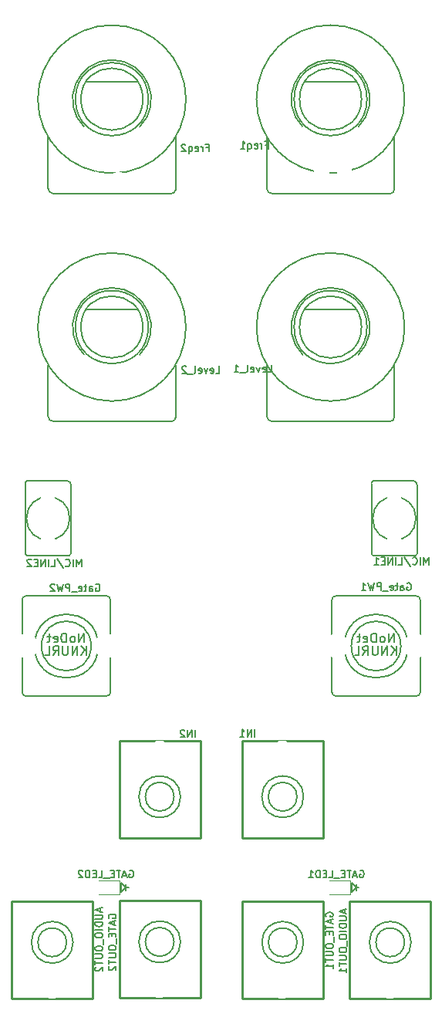
<source format=gbr>
G04 #@! TF.GenerationSoftware,KiCad,Pcbnew,(5.1.2-1)-1*
G04 #@! TF.CreationDate,2019-08-30T11:49:53-07:00*
G04 #@! TF.ProjectId,dualdrum,6475616c-6472-4756-9d2e-6b696361645f,rev?*
G04 #@! TF.SameCoordinates,Original*
G04 #@! TF.FileFunction,Legend,Bot*
G04 #@! TF.FilePolarity,Positive*
%FSLAX46Y46*%
G04 Gerber Fmt 4.6, Leading zero omitted, Abs format (unit mm)*
G04 Created by KiCad (PCBNEW (5.1.2-1)-1) date 2019-08-30 11:49:53*
%MOMM*%
%LPD*%
G04 APERTURE LIST*
%ADD10C,0.127000*%
%ADD11C,0.150000*%
%ADD12C,0.203200*%
%ADD13C,0.254000*%
%ADD14C,0.152400*%
%ADD15C,0.120000*%
%ADD16C,0.200000*%
%ADD17O,1.700000X1.700000*%
%ADD18O,1.727200X2.032000*%
%ADD19C,1.651000*%
%ADD20C,1.803400*%
%ADD21C,2.667000*%
%ADD22C,2.540000*%
%ADD23C,1.930400*%
%ADD24R,0.820000X1.000000*%
G04 APERTURE END LIST*
D10*
X7375080Y54000000D02*
G75*
G03X7375080Y54000000I-2370000J0D01*
G01*
X2495080Y57746000D02*
X2495080Y50154000D01*
X2495079Y57746000D02*
G75*
G02X2659080Y58100000I258901J95046D01*
G01*
X7151080Y58100000D02*
X2659080Y58100000D01*
X7151080Y58100000D02*
G75*
G02X7515080Y57646000I-45000J-409000D01*
G01*
X7515080Y50154000D02*
X7515080Y57646000D01*
X7515080Y50154000D02*
G75*
G02X7351080Y49900000I-209000J-45000D01*
G01*
X2859080Y49900000D02*
X7351080Y49900000D01*
X2859081Y49899999D02*
G75*
G02X2495080Y50154000I-55070J308901D01*
G01*
X45375080Y54000000D02*
G75*
G03X45375080Y54000000I-2370000J0D01*
G01*
X40495080Y57746000D02*
X40495080Y50154000D01*
X40495079Y57746000D02*
G75*
G02X40659080Y58100000I258901J95046D01*
G01*
X45151080Y58100000D02*
X40659080Y58100000D01*
X45151080Y58100000D02*
G75*
G02X45515080Y57646000I-45000J-409000D01*
G01*
X45515080Y50154000D02*
X45515080Y57646000D01*
X45515080Y50154000D02*
G75*
G02X45351080Y49900000I-209000J-45000D01*
G01*
X40859080Y49900000D02*
X45351080Y49900000D01*
X40859081Y49899999D02*
G75*
G02X40495080Y50154000I-55070J308901D01*
G01*
X2155193Y34949982D02*
G75*
G03X2595080Y34500000I439887J-9982D01*
G01*
X11405098Y34500113D02*
G75*
G03X11855080Y34940000I9982J439887D01*
G01*
X11854967Y45050018D02*
G75*
G03X11415080Y45500000I-439887J9982D01*
G01*
X2605062Y45499887D02*
G75*
G03X2155080Y45060000I-9982J-439887D01*
G01*
D11*
X9722999Y40000000D02*
G75*
G03X9722999Y40000000I-2717919J0D01*
G01*
D10*
X2155080Y34940000D02*
X2155080Y45060000D01*
X2595080Y45500000D02*
X11415080Y45500000D01*
X11855080Y45060000D02*
X11855080Y34940000D01*
X11415080Y34500000D02*
X2595080Y34500000D01*
X10504917Y39998157D02*
G75*
G03X10504917Y39998157I-3500000J0D01*
G01*
D12*
X8957080Y71952000D02*
G75*
G02X15053080Y71952000I3048000J3048000D01*
G01*
D10*
X14743080Y76905000D02*
X9267080Y76905000D01*
X16005080Y75000000D02*
G75*
G03X16005080Y75000000I-4000000J0D01*
G01*
X20133080Y75000000D02*
G75*
G03X20133080Y75000000I-8128000J0D01*
G01*
X15405080Y75000000D02*
G75*
G03X15405080Y75000000I-3400000J0D01*
G01*
X5005080Y65215106D02*
X5005080Y70873000D01*
X5005080Y65215106D02*
G75*
G03X5585186Y64635000I580106J0D01*
G01*
X18551974Y64635000D02*
X5585186Y64635000D01*
X18551974Y64635000D02*
G75*
G03X19005080Y65088106I0J453106D01*
G01*
X19005080Y70873000D02*
X19005080Y65088106D01*
D12*
X8957080Y96952000D02*
G75*
G02X15053080Y96952000I3048000J3048000D01*
G01*
D10*
X14743080Y101905000D02*
X9267080Y101905000D01*
X16005080Y100000000D02*
G75*
G03X16005080Y100000000I-4000000J0D01*
G01*
X20133080Y100000000D02*
G75*
G03X20133080Y100000000I-8128000J0D01*
G01*
X15405080Y100000000D02*
G75*
G03X15405080Y100000000I-3400000J0D01*
G01*
X5005080Y90215106D02*
X5005080Y95873000D01*
X5005080Y90215106D02*
G75*
G03X5585186Y89635000I580106J0D01*
G01*
X18551974Y89635000D02*
X5585186Y89635000D01*
X18551974Y89635000D02*
G75*
G03X19005080Y90088106I0J453106D01*
G01*
X19005080Y95873000D02*
X19005080Y90088106D01*
X36155193Y34949982D02*
G75*
G03X36595080Y34500000I439887J-9982D01*
G01*
X45405098Y34500113D02*
G75*
G03X45855080Y34940000I9982J439887D01*
G01*
X45854967Y45050018D02*
G75*
G03X45415080Y45500000I-439887J9982D01*
G01*
X36605062Y45499887D02*
G75*
G03X36155080Y45060000I-9982J-439887D01*
G01*
D11*
X43722999Y40000000D02*
G75*
G03X43722999Y40000000I-2717919J0D01*
G01*
D10*
X36155080Y34940000D02*
X36155080Y45060000D01*
X36595080Y45500000D02*
X45415080Y45500000D01*
X45855080Y45060000D02*
X45855080Y34940000D01*
X45415080Y34500000D02*
X36595080Y34500000D01*
X44504917Y39998157D02*
G75*
G03X44504917Y39998157I-3500000J0D01*
G01*
D12*
X32957080Y71952000D02*
G75*
G02X39053080Y71952000I3048000J3048000D01*
G01*
D10*
X38743080Y76905000D02*
X33267080Y76905000D01*
X40005080Y75000000D02*
G75*
G03X40005080Y75000000I-4000000J0D01*
G01*
X44133080Y75000000D02*
G75*
G03X44133080Y75000000I-8128000J0D01*
G01*
X39405080Y75000000D02*
G75*
G03X39405080Y75000000I-3400000J0D01*
G01*
X29005080Y65215106D02*
X29005080Y70873000D01*
X29005080Y65215106D02*
G75*
G03X29585186Y64635000I580106J0D01*
G01*
X42551974Y64635000D02*
X29585186Y64635000D01*
X42551974Y64635000D02*
G75*
G03X43005080Y65088106I0J453106D01*
G01*
X43005080Y70873000D02*
X43005080Y65088106D01*
X19541080Y23462700D02*
G75*
G03X19541080Y23462700I-2286000J0D01*
G01*
X18829880Y23462700D02*
G75*
G03X18829880Y23462700I-1574800J0D01*
G01*
D13*
X21700080Y18954200D02*
X12810080Y18954200D01*
X21700080Y29622200D02*
X21700080Y18954200D01*
X12810080Y29622200D02*
X21700080Y29622200D01*
X12810080Y18954200D02*
X12810080Y29622200D01*
D10*
X33041080Y23462700D02*
G75*
G03X33041080Y23462700I-2286000J0D01*
G01*
X32329880Y23462700D02*
G75*
G03X32329880Y23462700I-1574800J0D01*
G01*
D13*
X35200080Y18954200D02*
X26310080Y18954200D01*
X35200080Y29622200D02*
X35200080Y18954200D01*
X26310080Y29622200D02*
X35200080Y29622200D01*
X26310080Y18954200D02*
X26310080Y29622200D01*
D10*
X19541080Y7537300D02*
G75*
G03X19541080Y7537300I-2286000J0D01*
G01*
X18829880Y7537300D02*
G75*
G03X18829880Y7537300I-1574800J0D01*
G01*
D13*
X12810080Y12045800D02*
X21700080Y12045800D01*
X12810080Y1377800D02*
X12810080Y12045800D01*
X21700080Y1377800D02*
X12810080Y1377800D01*
X21700080Y12045800D02*
X21700080Y1377800D01*
D10*
X33041080Y7487300D02*
G75*
G03X33041080Y7487300I-2286000J0D01*
G01*
X32329880Y7487300D02*
G75*
G03X32329880Y7487300I-1574800J0D01*
G01*
D13*
X26310080Y11995800D02*
X35200080Y11995800D01*
X26310080Y1327800D02*
X26310080Y11995800D01*
X35200080Y1327800D02*
X26310080Y1327800D01*
X35200080Y11995800D02*
X35200080Y1327800D01*
D14*
X13577580Y13500000D02*
X13831580Y13500000D01*
X13514080Y13817500D02*
X13514080Y13182500D01*
X13006080Y14008000D02*
X13006080Y12992000D01*
X13514080Y13500000D02*
X13006080Y12992000D01*
X13006080Y14008000D02*
X13514080Y13500000D01*
D15*
X12825080Y12740000D02*
X10555080Y12740000D01*
X12825080Y14260000D02*
X12825080Y12740000D01*
X10555080Y14260000D02*
X12825080Y14260000D01*
D14*
X38877580Y13500000D02*
X39131580Y13500000D01*
X38814080Y13817500D02*
X38814080Y13182500D01*
X38306080Y14008000D02*
X38306080Y12992000D01*
X38814080Y13500000D02*
X38306080Y12992000D01*
X38306080Y14008000D02*
X38814080Y13500000D01*
D15*
X38125080Y12740000D02*
X35855080Y12740000D01*
X38125080Y14260000D02*
X38125080Y12740000D01*
X35855080Y14260000D02*
X38125080Y14260000D01*
D12*
X32957080Y96952000D02*
G75*
G02X39053080Y96952000I3048000J3048000D01*
G01*
D10*
X38743080Y101905000D02*
X33267080Y101905000D01*
X40005080Y100000000D02*
G75*
G03X40005080Y100000000I-4000000J0D01*
G01*
X44133080Y100000000D02*
G75*
G03X44133080Y100000000I-8128000J0D01*
G01*
X39405080Y100000000D02*
G75*
G03X39405080Y100000000I-3400000J0D01*
G01*
X29005080Y90215106D02*
X29005080Y95873000D01*
X29005080Y90215106D02*
G75*
G03X29585186Y89635000I580106J0D01*
G01*
X42551974Y89635000D02*
X29585186Y89635000D01*
X42551974Y89635000D02*
G75*
G03X43005080Y90088106I0J453106D01*
G01*
X43005080Y95873000D02*
X43005080Y90088106D01*
X7741080Y7487300D02*
G75*
G03X7741080Y7487300I-2286000J0D01*
G01*
X7029880Y7487300D02*
G75*
G03X7029880Y7487300I-1574800J0D01*
G01*
D13*
X1010080Y11995800D02*
X9900080Y11995800D01*
X1010080Y1327800D02*
X1010080Y11995800D01*
X9900080Y1327800D02*
X1010080Y1327800D01*
X9900080Y11995800D02*
X9900080Y1327800D01*
D10*
X44841080Y7487300D02*
G75*
G03X44841080Y7487300I-2286000J0D01*
G01*
X44129880Y7487300D02*
G75*
G03X44129880Y7487300I-1574800J0D01*
G01*
D13*
X38110080Y11995800D02*
X47000080Y11995800D01*
X38110080Y1327800D02*
X38110080Y11995800D01*
X47000080Y1327800D02*
X38110080Y1327800D01*
X47000080Y11995800D02*
X47000080Y1327800D01*
D16*
X8668718Y48729895D02*
X8668718Y49529895D01*
X8402051Y48958466D01*
X8135384Y49529895D01*
X8135384Y48729895D01*
X7754432Y48729895D02*
X7754432Y49529895D01*
X6916337Y48806085D02*
X6954432Y48767990D01*
X7068718Y48729895D01*
X7144908Y48729895D01*
X7259194Y48767990D01*
X7335384Y48844180D01*
X7373480Y48920371D01*
X7411575Y49072752D01*
X7411575Y49187038D01*
X7373480Y49339419D01*
X7335384Y49415609D01*
X7259194Y49491800D01*
X7144908Y49529895D01*
X7068718Y49529895D01*
X6954432Y49491800D01*
X6916337Y49453704D01*
X6002051Y49567990D02*
X6687765Y48539419D01*
X5354432Y48729895D02*
X5735384Y48729895D01*
X5735384Y49529895D01*
X5087765Y48729895D02*
X5087765Y49529895D01*
X4706813Y48729895D02*
X4706813Y49529895D01*
X4249670Y48729895D01*
X4249670Y49529895D01*
X3868718Y49148942D02*
X3602051Y49148942D01*
X3487765Y48729895D02*
X3868718Y48729895D01*
X3868718Y49529895D01*
X3487765Y49529895D01*
X3183003Y49453704D02*
X3144908Y49491800D01*
X3068718Y49529895D01*
X2878241Y49529895D01*
X2802051Y49491800D01*
X2763956Y49453704D01*
X2725860Y49377514D01*
X2725860Y49301323D01*
X2763956Y49187038D01*
X3221099Y48729895D01*
X2725860Y48729895D01*
X46768718Y48933095D02*
X46768718Y49733095D01*
X46502051Y49161666D01*
X46235384Y49733095D01*
X46235384Y48933095D01*
X45854432Y48933095D02*
X45854432Y49733095D01*
X45016337Y49009285D02*
X45054432Y48971190D01*
X45168718Y48933095D01*
X45244908Y48933095D01*
X45359194Y48971190D01*
X45435384Y49047380D01*
X45473480Y49123571D01*
X45511575Y49275952D01*
X45511575Y49390238D01*
X45473480Y49542619D01*
X45435384Y49618809D01*
X45359194Y49695000D01*
X45244908Y49733095D01*
X45168718Y49733095D01*
X45054432Y49695000D01*
X45016337Y49656904D01*
X44102051Y49771190D02*
X44787765Y48742619D01*
X43454432Y48933095D02*
X43835384Y48933095D01*
X43835384Y49733095D01*
X43187765Y48933095D02*
X43187765Y49733095D01*
X42806813Y48933095D02*
X42806813Y49733095D01*
X42349670Y48933095D01*
X42349670Y49733095D01*
X41968718Y49352142D02*
X41702051Y49352142D01*
X41587765Y48933095D02*
X41968718Y48933095D01*
X41968718Y49733095D01*
X41587765Y49733095D01*
X40825860Y48933095D02*
X41283003Y48933095D01*
X41054432Y48933095D02*
X41054432Y49733095D01*
X41130622Y49618809D01*
X41206813Y49542619D01*
X41283003Y49504523D01*
X10230937Y46761300D02*
X10307127Y46799395D01*
X10421413Y46799395D01*
X10535699Y46761300D01*
X10611889Y46685109D01*
X10649984Y46608919D01*
X10688080Y46456538D01*
X10688080Y46342252D01*
X10649984Y46189871D01*
X10611889Y46113680D01*
X10535699Y46037490D01*
X10421413Y45999395D01*
X10345222Y45999395D01*
X10230937Y46037490D01*
X10192841Y46075585D01*
X10192841Y46342252D01*
X10345222Y46342252D01*
X9507127Y45999395D02*
X9507127Y46418442D01*
X9545222Y46494633D01*
X9621413Y46532728D01*
X9773794Y46532728D01*
X9849984Y46494633D01*
X9507127Y46037490D02*
X9583318Y45999395D01*
X9773794Y45999395D01*
X9849984Y46037490D01*
X9888080Y46113680D01*
X9888080Y46189871D01*
X9849984Y46266061D01*
X9773794Y46304157D01*
X9583318Y46304157D01*
X9507127Y46342252D01*
X9240460Y46532728D02*
X8935699Y46532728D01*
X9126175Y46799395D02*
X9126175Y46113680D01*
X9088080Y46037490D01*
X9011889Y45999395D01*
X8935699Y45999395D01*
X8364270Y46037490D02*
X8440460Y45999395D01*
X8592841Y45999395D01*
X8669032Y46037490D01*
X8707127Y46113680D01*
X8707127Y46418442D01*
X8669032Y46494633D01*
X8592841Y46532728D01*
X8440460Y46532728D01*
X8364270Y46494633D01*
X8326175Y46418442D01*
X8326175Y46342252D01*
X8707127Y46266061D01*
X8173794Y45923204D02*
X7564270Y45923204D01*
X7373794Y45999395D02*
X7373794Y46799395D01*
X7069032Y46799395D01*
X6992841Y46761300D01*
X6954746Y46723204D01*
X6916651Y46647014D01*
X6916651Y46532728D01*
X6954746Y46456538D01*
X6992841Y46418442D01*
X7069032Y46380347D01*
X7373794Y46380347D01*
X6649984Y46799395D02*
X6459508Y45999395D01*
X6307127Y46570823D01*
X6154746Y45999395D01*
X5964270Y46799395D01*
X5697603Y46723204D02*
X5659508Y46761300D01*
X5583318Y46799395D01*
X5392841Y46799395D01*
X5316651Y46761300D01*
X5278556Y46723204D01*
X5240460Y46647014D01*
X5240460Y46570823D01*
X5278556Y46456538D01*
X5735699Y45999395D01*
X5240460Y45999395D01*
D11*
X8957460Y40397619D02*
X8957460Y41397619D01*
X8386032Y40397619D01*
X8386032Y41397619D01*
X7766984Y40397619D02*
X7862222Y40445238D01*
X7909841Y40492857D01*
X7957460Y40588095D01*
X7957460Y40873809D01*
X7909841Y40969047D01*
X7862222Y41016666D01*
X7766984Y41064285D01*
X7624127Y41064285D01*
X7528889Y41016666D01*
X7481270Y40969047D01*
X7433651Y40873809D01*
X7433651Y40588095D01*
X7481270Y40492857D01*
X7528889Y40445238D01*
X7624127Y40397619D01*
X7766984Y40397619D01*
X7005080Y40397619D02*
X7005080Y41397619D01*
X6766984Y41397619D01*
X6624127Y41350000D01*
X6528889Y41254761D01*
X6481270Y41159523D01*
X6433651Y40969047D01*
X6433651Y40826190D01*
X6481270Y40635714D01*
X6528889Y40540476D01*
X6624127Y40445238D01*
X6766984Y40397619D01*
X7005080Y40397619D01*
X5624127Y40445238D02*
X5719365Y40397619D01*
X5909841Y40397619D01*
X6005080Y40445238D01*
X6052699Y40540476D01*
X6052699Y40921428D01*
X6005080Y41016666D01*
X5909841Y41064285D01*
X5719365Y41064285D01*
X5624127Y41016666D01*
X5576508Y40921428D01*
X5576508Y40826190D01*
X6052699Y40730952D01*
X5290794Y41064285D02*
X4909841Y41064285D01*
X5147937Y41397619D02*
X5147937Y40540476D01*
X5100318Y40445238D01*
X5005080Y40397619D01*
X4909841Y40397619D01*
X9219365Y38997619D02*
X9219365Y39997619D01*
X8647937Y38997619D02*
X9076508Y39569047D01*
X8647937Y39997619D02*
X9219365Y39426190D01*
X8219365Y38997619D02*
X8219365Y39997619D01*
X7647937Y38997619D01*
X7647937Y39997619D01*
X7171746Y39997619D02*
X7171746Y39188095D01*
X7124127Y39092857D01*
X7076508Y39045238D01*
X6981270Y38997619D01*
X6790794Y38997619D01*
X6695556Y39045238D01*
X6647937Y39092857D01*
X6600318Y39188095D01*
X6600318Y39997619D01*
X5552699Y38997619D02*
X5886032Y39473809D01*
X6124127Y38997619D02*
X6124127Y39997619D01*
X5743175Y39997619D01*
X5647937Y39950000D01*
X5600318Y39902380D01*
X5552699Y39807142D01*
X5552699Y39664285D01*
X5600318Y39569047D01*
X5647937Y39521428D01*
X5743175Y39473809D01*
X6124127Y39473809D01*
X4647937Y38997619D02*
X5124127Y38997619D01*
X5124127Y39997619D01*
D16*
X23400999Y69926295D02*
X23781951Y69926295D01*
X23781951Y70726295D01*
X22829570Y69964390D02*
X22905760Y69926295D01*
X23058141Y69926295D01*
X23134332Y69964390D01*
X23172427Y70040580D01*
X23172427Y70345342D01*
X23134332Y70421533D01*
X23058141Y70459628D01*
X22905760Y70459628D01*
X22829570Y70421533D01*
X22791475Y70345342D01*
X22791475Y70269152D01*
X23172427Y70192961D01*
X22524808Y70459628D02*
X22334332Y69926295D01*
X22143856Y70459628D01*
X21534332Y69964390D02*
X21610522Y69926295D01*
X21762903Y69926295D01*
X21839094Y69964390D01*
X21877189Y70040580D01*
X21877189Y70345342D01*
X21839094Y70421533D01*
X21762903Y70459628D01*
X21610522Y70459628D01*
X21534332Y70421533D01*
X21496237Y70345342D01*
X21496237Y70269152D01*
X21877189Y70192961D01*
X21039094Y69926295D02*
X21115284Y69964390D01*
X21153380Y70040580D01*
X21153380Y70726295D01*
X20924808Y69850104D02*
X20315284Y69850104D01*
X20162903Y70650104D02*
X20124808Y70688200D01*
X20048618Y70726295D01*
X19858141Y70726295D01*
X19781951Y70688200D01*
X19743856Y70650104D01*
X19705760Y70573914D01*
X19705760Y70497723D01*
X19743856Y70383438D01*
X20200999Y69926295D01*
X19705760Y69926295D01*
X22372418Y94691242D02*
X22639084Y94691242D01*
X22639084Y94272195D02*
X22639084Y95072195D01*
X22258132Y95072195D01*
X21953370Y94272195D02*
X21953370Y94805528D01*
X21953370Y94653147D02*
X21915275Y94729338D01*
X21877180Y94767433D01*
X21800989Y94805528D01*
X21724799Y94805528D01*
X21153370Y94310290D02*
X21229560Y94272195D01*
X21381941Y94272195D01*
X21458132Y94310290D01*
X21496227Y94386480D01*
X21496227Y94691242D01*
X21458132Y94767433D01*
X21381941Y94805528D01*
X21229560Y94805528D01*
X21153370Y94767433D01*
X21115275Y94691242D01*
X21115275Y94615052D01*
X21496227Y94538861D01*
X20429560Y94805528D02*
X20429560Y94005528D01*
X20429560Y94310290D02*
X20505751Y94272195D01*
X20658132Y94272195D01*
X20734322Y94310290D01*
X20772418Y94348385D01*
X20810513Y94424576D01*
X20810513Y94653147D01*
X20772418Y94729338D01*
X20734322Y94767433D01*
X20658132Y94805528D01*
X20505751Y94805528D01*
X20429560Y94767433D01*
X20086703Y94996004D02*
X20048608Y95034100D01*
X19972418Y95072195D01*
X19781941Y95072195D01*
X19705751Y95034100D01*
X19667656Y94996004D01*
X19629560Y94919814D01*
X19629560Y94843623D01*
X19667656Y94729338D01*
X20124799Y94272195D01*
X19629560Y94272195D01*
X44406637Y46875600D02*
X44482827Y46913695D01*
X44597113Y46913695D01*
X44711399Y46875600D01*
X44787589Y46799409D01*
X44825684Y46723219D01*
X44863780Y46570838D01*
X44863780Y46456552D01*
X44825684Y46304171D01*
X44787589Y46227980D01*
X44711399Y46151790D01*
X44597113Y46113695D01*
X44520922Y46113695D01*
X44406637Y46151790D01*
X44368541Y46189885D01*
X44368541Y46456552D01*
X44520922Y46456552D01*
X43682827Y46113695D02*
X43682827Y46532742D01*
X43720922Y46608933D01*
X43797113Y46647028D01*
X43949494Y46647028D01*
X44025684Y46608933D01*
X43682827Y46151790D02*
X43759018Y46113695D01*
X43949494Y46113695D01*
X44025684Y46151790D01*
X44063780Y46227980D01*
X44063780Y46304171D01*
X44025684Y46380361D01*
X43949494Y46418457D01*
X43759018Y46418457D01*
X43682827Y46456552D01*
X43416160Y46647028D02*
X43111399Y46647028D01*
X43301875Y46913695D02*
X43301875Y46227980D01*
X43263780Y46151790D01*
X43187589Y46113695D01*
X43111399Y46113695D01*
X42539970Y46151790D02*
X42616160Y46113695D01*
X42768541Y46113695D01*
X42844732Y46151790D01*
X42882827Y46227980D01*
X42882827Y46532742D01*
X42844732Y46608933D01*
X42768541Y46647028D01*
X42616160Y46647028D01*
X42539970Y46608933D01*
X42501875Y46532742D01*
X42501875Y46456552D01*
X42882827Y46380361D01*
X42349494Y46037504D02*
X41739970Y46037504D01*
X41549494Y46113695D02*
X41549494Y46913695D01*
X41244732Y46913695D01*
X41168541Y46875600D01*
X41130446Y46837504D01*
X41092351Y46761314D01*
X41092351Y46647028D01*
X41130446Y46570838D01*
X41168541Y46532742D01*
X41244732Y46494647D01*
X41549494Y46494647D01*
X40825684Y46913695D02*
X40635208Y46113695D01*
X40482827Y46685123D01*
X40330446Y46113695D01*
X40139970Y46913695D01*
X39416160Y46113695D02*
X39873303Y46113695D01*
X39644732Y46113695D02*
X39644732Y46913695D01*
X39720922Y46799409D01*
X39797113Y46723219D01*
X39873303Y46685123D01*
D11*
X42957460Y40397619D02*
X42957460Y41397619D01*
X42386032Y40397619D01*
X42386032Y41397619D01*
X41766984Y40397619D02*
X41862222Y40445238D01*
X41909841Y40492857D01*
X41957460Y40588095D01*
X41957460Y40873809D01*
X41909841Y40969047D01*
X41862222Y41016666D01*
X41766984Y41064285D01*
X41624127Y41064285D01*
X41528889Y41016666D01*
X41481270Y40969047D01*
X41433651Y40873809D01*
X41433651Y40588095D01*
X41481270Y40492857D01*
X41528889Y40445238D01*
X41624127Y40397619D01*
X41766984Y40397619D01*
X41005080Y40397619D02*
X41005080Y41397619D01*
X40766984Y41397619D01*
X40624127Y41350000D01*
X40528889Y41254761D01*
X40481270Y41159523D01*
X40433651Y40969047D01*
X40433651Y40826190D01*
X40481270Y40635714D01*
X40528889Y40540476D01*
X40624127Y40445238D01*
X40766984Y40397619D01*
X41005080Y40397619D01*
X39624127Y40445238D02*
X39719365Y40397619D01*
X39909841Y40397619D01*
X40005079Y40445238D01*
X40052699Y40540476D01*
X40052699Y40921428D01*
X40005079Y41016666D01*
X39909841Y41064285D01*
X39719365Y41064285D01*
X39624127Y41016666D01*
X39576508Y40921428D01*
X39576508Y40826190D01*
X40052699Y40730952D01*
X39290794Y41064285D02*
X38909841Y41064285D01*
X39147937Y41397619D02*
X39147937Y40540476D01*
X39100318Y40445238D01*
X39005079Y40397619D01*
X38909841Y40397619D01*
X43219365Y38997619D02*
X43219365Y39997619D01*
X42647937Y38997619D02*
X43076508Y39569047D01*
X42647937Y39997619D02*
X43219365Y39426190D01*
X42219365Y38997619D02*
X42219365Y39997619D01*
X41647937Y38997619D01*
X41647937Y39997619D01*
X41171746Y39997619D02*
X41171746Y39188095D01*
X41124127Y39092857D01*
X41076508Y39045238D01*
X40981270Y38997619D01*
X40790794Y38997619D01*
X40695556Y39045238D01*
X40647937Y39092857D01*
X40600318Y39188095D01*
X40600318Y39997619D01*
X39552699Y38997619D02*
X39886032Y39473809D01*
X40124127Y38997619D02*
X40124127Y39997619D01*
X39743175Y39997619D01*
X39647937Y39950000D01*
X39600318Y39902380D01*
X39552699Y39807142D01*
X39552699Y39664285D01*
X39600318Y39569047D01*
X39647937Y39521428D01*
X39743175Y39473809D01*
X40124127Y39473809D01*
X38647937Y38997619D02*
X39124127Y38997619D01*
X39124127Y39997619D01*
D16*
X29128699Y70053295D02*
X29509651Y70053295D01*
X29509651Y70853295D01*
X28557270Y70091390D02*
X28633460Y70053295D01*
X28785841Y70053295D01*
X28862032Y70091390D01*
X28900127Y70167580D01*
X28900127Y70472342D01*
X28862032Y70548533D01*
X28785841Y70586628D01*
X28633460Y70586628D01*
X28557270Y70548533D01*
X28519175Y70472342D01*
X28519175Y70396152D01*
X28900127Y70319961D01*
X28252508Y70586628D02*
X28062032Y70053295D01*
X27871556Y70586628D01*
X27262032Y70091390D02*
X27338222Y70053295D01*
X27490603Y70053295D01*
X27566794Y70091390D01*
X27604889Y70167580D01*
X27604889Y70472342D01*
X27566794Y70548533D01*
X27490603Y70586628D01*
X27338222Y70586628D01*
X27262032Y70548533D01*
X27223937Y70472342D01*
X27223937Y70396152D01*
X27604889Y70319961D01*
X26766794Y70053295D02*
X26842984Y70091390D01*
X26881080Y70167580D01*
X26881080Y70853295D01*
X26652508Y69977104D02*
X26042984Y69977104D01*
X25433460Y70053295D02*
X25890603Y70053295D01*
X25662032Y70053295D02*
X25662032Y70853295D01*
X25738222Y70739009D01*
X25814413Y70662819D01*
X25890603Y70624723D01*
X21147603Y29997395D02*
X21147603Y30797395D01*
X20766651Y29997395D02*
X20766651Y30797395D01*
X20309508Y29997395D01*
X20309508Y30797395D01*
X19966651Y30721204D02*
X19928556Y30759300D01*
X19852365Y30797395D01*
X19661889Y30797395D01*
X19585699Y30759300D01*
X19547603Y30721204D01*
X19509508Y30645014D01*
X19509508Y30568823D01*
X19547603Y30454538D01*
X20004746Y29997395D01*
X19509508Y29997395D01*
X27700803Y30060895D02*
X27700803Y30860895D01*
X27319851Y30060895D02*
X27319851Y30860895D01*
X26862708Y30060895D01*
X26862708Y30860895D01*
X26062708Y30060895D02*
X26519851Y30060895D01*
X26291280Y30060895D02*
X26291280Y30860895D01*
X26367470Y30746609D01*
X26443660Y30670419D01*
X26519851Y30632323D01*
X11701880Y10126706D02*
X11663784Y10202897D01*
X11663784Y10317182D01*
X11701880Y10431468D01*
X11778070Y10507659D01*
X11854260Y10545754D01*
X12006641Y10583849D01*
X12120927Y10583849D01*
X12273308Y10545754D01*
X12349499Y10507659D01*
X12425689Y10431468D01*
X12463784Y10317182D01*
X12463784Y10240992D01*
X12425689Y10126706D01*
X12387594Y10088611D01*
X12120927Y10088611D01*
X12120927Y10240992D01*
X12235213Y9783849D02*
X12235213Y9402897D01*
X12463784Y9860040D02*
X11663784Y9593373D01*
X12463784Y9326706D01*
X11663784Y9174325D02*
X11663784Y8717182D01*
X12463784Y8945754D02*
X11663784Y8945754D01*
X12044737Y8450516D02*
X12044737Y8183849D01*
X12463784Y8069563D02*
X12463784Y8450516D01*
X11663784Y8450516D01*
X11663784Y8069563D01*
X12539975Y7917182D02*
X12539975Y7307659D01*
X11663784Y6964801D02*
X11663784Y6812420D01*
X11701880Y6736230D01*
X11778070Y6660040D01*
X11930451Y6621944D01*
X12197118Y6621944D01*
X12349499Y6660040D01*
X12425689Y6736230D01*
X12463784Y6812420D01*
X12463784Y6964801D01*
X12425689Y7040992D01*
X12349499Y7117182D01*
X12197118Y7155278D01*
X11930451Y7155278D01*
X11778070Y7117182D01*
X11701880Y7040992D01*
X11663784Y6964801D01*
X11663784Y6279087D02*
X12311403Y6279087D01*
X12387594Y6240992D01*
X12425689Y6202897D01*
X12463784Y6126706D01*
X12463784Y5974325D01*
X12425689Y5898135D01*
X12387594Y5860040D01*
X12311403Y5821944D01*
X11663784Y5821944D01*
X11663784Y5555278D02*
X11663784Y5098135D01*
X12463784Y5326706D02*
X11663784Y5326706D01*
X11739975Y4869563D02*
X11701880Y4831468D01*
X11663784Y4755278D01*
X11663784Y4564801D01*
X11701880Y4488611D01*
X11739975Y4450516D01*
X11816165Y4412420D01*
X11892356Y4412420D01*
X12006641Y4450516D01*
X12463784Y4907659D01*
X12463784Y4412420D01*
X35522000Y10329906D02*
X35483904Y10406097D01*
X35483904Y10520382D01*
X35522000Y10634668D01*
X35598190Y10710859D01*
X35674380Y10748954D01*
X35826761Y10787049D01*
X35941047Y10787049D01*
X36093428Y10748954D01*
X36169619Y10710859D01*
X36245809Y10634668D01*
X36283904Y10520382D01*
X36283904Y10444192D01*
X36245809Y10329906D01*
X36207714Y10291811D01*
X35941047Y10291811D01*
X35941047Y10444192D01*
X36055333Y9987049D02*
X36055333Y9606097D01*
X36283904Y10063240D02*
X35483904Y9796573D01*
X36283904Y9529906D01*
X35483904Y9377525D02*
X35483904Y8920382D01*
X36283904Y9148954D02*
X35483904Y9148954D01*
X35864857Y8653716D02*
X35864857Y8387049D01*
X36283904Y8272763D02*
X36283904Y8653716D01*
X35483904Y8653716D01*
X35483904Y8272763D01*
X36360095Y8120382D02*
X36360095Y7510859D01*
X35483904Y7168001D02*
X35483904Y7015620D01*
X35522000Y6939430D01*
X35598190Y6863240D01*
X35750571Y6825144D01*
X36017238Y6825144D01*
X36169619Y6863240D01*
X36245809Y6939430D01*
X36283904Y7015620D01*
X36283904Y7168001D01*
X36245809Y7244192D01*
X36169619Y7320382D01*
X36017238Y7358478D01*
X35750571Y7358478D01*
X35598190Y7320382D01*
X35522000Y7244192D01*
X35483904Y7168001D01*
X35483904Y6482287D02*
X36131523Y6482287D01*
X36207714Y6444192D01*
X36245809Y6406097D01*
X36283904Y6329906D01*
X36283904Y6177525D01*
X36245809Y6101335D01*
X36207714Y6063240D01*
X36131523Y6025144D01*
X35483904Y6025144D01*
X35483904Y5758478D02*
X35483904Y5301335D01*
X36283904Y5529906D02*
X35483904Y5529906D01*
X36283904Y4615620D02*
X36283904Y5072763D01*
X36283904Y4844192D02*
X35483904Y4844192D01*
X35598190Y4920382D01*
X35674380Y4996573D01*
X35712476Y5072763D01*
X13926508Y15350000D02*
X14002699Y15388095D01*
X14116984Y15388095D01*
X14231270Y15350000D01*
X14307460Y15273809D01*
X14345556Y15197619D01*
X14383651Y15045238D01*
X14383651Y14930952D01*
X14345556Y14778571D01*
X14307460Y14702380D01*
X14231270Y14626190D01*
X14116984Y14588095D01*
X14040794Y14588095D01*
X13926508Y14626190D01*
X13888413Y14664285D01*
X13888413Y14930952D01*
X14040794Y14930952D01*
X13583651Y14816666D02*
X13202699Y14816666D01*
X13659841Y14588095D02*
X13393175Y15388095D01*
X13126508Y14588095D01*
X12974127Y15388095D02*
X12516984Y15388095D01*
X12745556Y14588095D02*
X12745556Y15388095D01*
X12250318Y15007142D02*
X11983651Y15007142D01*
X11869365Y14588095D02*
X12250318Y14588095D01*
X12250318Y15388095D01*
X11869365Y15388095D01*
X11716984Y14511904D02*
X11107460Y14511904D01*
X10536032Y14588095D02*
X10916984Y14588095D01*
X10916984Y15388095D01*
X10269365Y15007142D02*
X10002699Y15007142D01*
X9888413Y14588095D02*
X10269365Y14588095D01*
X10269365Y15388095D01*
X9888413Y15388095D01*
X9545556Y14588095D02*
X9545556Y15388095D01*
X9355080Y15388095D01*
X9240794Y15350000D01*
X9164603Y15273809D01*
X9126508Y15197619D01*
X9088413Y15045238D01*
X9088413Y14930952D01*
X9126508Y14778571D01*
X9164603Y14702380D01*
X9240794Y14626190D01*
X9355080Y14588095D01*
X9545556Y14588095D01*
X8783651Y15311904D02*
X8745556Y15350000D01*
X8669365Y15388095D01*
X8478889Y15388095D01*
X8402699Y15350000D01*
X8364603Y15311904D01*
X8326508Y15235714D01*
X8326508Y15159523D01*
X8364603Y15045238D01*
X8821746Y14588095D01*
X8326508Y14588095D01*
X39226508Y15350000D02*
X39302699Y15388095D01*
X39416984Y15388095D01*
X39531270Y15350000D01*
X39607460Y15273809D01*
X39645556Y15197619D01*
X39683651Y15045238D01*
X39683651Y14930952D01*
X39645556Y14778571D01*
X39607460Y14702380D01*
X39531270Y14626190D01*
X39416984Y14588095D01*
X39340794Y14588095D01*
X39226508Y14626190D01*
X39188413Y14664285D01*
X39188413Y14930952D01*
X39340794Y14930952D01*
X38883651Y14816666D02*
X38502699Y14816666D01*
X38959841Y14588095D02*
X38693175Y15388095D01*
X38426508Y14588095D01*
X38274127Y15388095D02*
X37816984Y15388095D01*
X38045556Y14588095D02*
X38045556Y15388095D01*
X37550318Y15007142D02*
X37283651Y15007142D01*
X37169365Y14588095D02*
X37550318Y14588095D01*
X37550318Y15388095D01*
X37169365Y15388095D01*
X37016984Y14511904D02*
X36407460Y14511904D01*
X35836032Y14588095D02*
X36216984Y14588095D01*
X36216984Y15388095D01*
X35569365Y15007142D02*
X35302699Y15007142D01*
X35188413Y14588095D02*
X35569365Y14588095D01*
X35569365Y15388095D01*
X35188413Y15388095D01*
X34845556Y14588095D02*
X34845556Y15388095D01*
X34655080Y15388095D01*
X34540794Y15350000D01*
X34464603Y15273809D01*
X34426508Y15197619D01*
X34388413Y15045238D01*
X34388413Y14930952D01*
X34426508Y14778571D01*
X34464603Y14702380D01*
X34540794Y14626190D01*
X34655080Y14588095D01*
X34845556Y14588095D01*
X33626508Y14588095D02*
X34083651Y14588095D01*
X33855080Y14588095D02*
X33855080Y15388095D01*
X33931270Y15273809D01*
X34007460Y15197619D01*
X34083651Y15159523D01*
X28887518Y94996042D02*
X29154184Y94996042D01*
X29154184Y94576995D02*
X29154184Y95376995D01*
X28773232Y95376995D01*
X28468470Y94576995D02*
X28468470Y95110328D01*
X28468470Y94957947D02*
X28430375Y95034138D01*
X28392280Y95072233D01*
X28316089Y95110328D01*
X28239899Y95110328D01*
X27668470Y94615090D02*
X27744660Y94576995D01*
X27897041Y94576995D01*
X27973232Y94615090D01*
X28011327Y94691280D01*
X28011327Y94996042D01*
X27973232Y95072233D01*
X27897041Y95110328D01*
X27744660Y95110328D01*
X27668470Y95072233D01*
X27630375Y94996042D01*
X27630375Y94919852D01*
X28011327Y94843661D01*
X26944660Y95110328D02*
X26944660Y94310328D01*
X26944660Y94615090D02*
X27020851Y94576995D01*
X27173232Y94576995D01*
X27249422Y94615090D01*
X27287518Y94653185D01*
X27325613Y94729376D01*
X27325613Y94957947D01*
X27287518Y95034138D01*
X27249422Y95072233D01*
X27173232Y95110328D01*
X27020851Y95110328D01*
X26944660Y95072233D01*
X26144660Y94576995D02*
X26601803Y94576995D01*
X26373232Y94576995D02*
X26373232Y95376995D01*
X26449422Y95262709D01*
X26525613Y95186519D01*
X26601803Y95148423D01*
X10751853Y11221299D02*
X10751853Y10840346D01*
X10980424Y11297489D02*
X10180424Y11030822D01*
X10980424Y10764156D01*
X10180424Y10497489D02*
X10828043Y10497489D01*
X10904234Y10459394D01*
X10942329Y10421299D01*
X10980424Y10345108D01*
X10980424Y10192727D01*
X10942329Y10116537D01*
X10904234Y10078441D01*
X10828043Y10040346D01*
X10180424Y10040346D01*
X10980424Y9659394D02*
X10180424Y9659394D01*
X10180424Y9468918D01*
X10218520Y9354632D01*
X10294710Y9278441D01*
X10370900Y9240346D01*
X10523281Y9202251D01*
X10637567Y9202251D01*
X10789948Y9240346D01*
X10866139Y9278441D01*
X10942329Y9354632D01*
X10980424Y9468918D01*
X10980424Y9659394D01*
X10980424Y8859394D02*
X10180424Y8859394D01*
X10180424Y8326060D02*
X10180424Y8173680D01*
X10218520Y8097489D01*
X10294710Y8021299D01*
X10447091Y7983203D01*
X10713758Y7983203D01*
X10866139Y8021299D01*
X10942329Y8097489D01*
X10980424Y8173680D01*
X10980424Y8326060D01*
X10942329Y8402251D01*
X10866139Y8478441D01*
X10713758Y8516537D01*
X10447091Y8516537D01*
X10294710Y8478441D01*
X10218520Y8402251D01*
X10180424Y8326060D01*
X11056615Y7830822D02*
X11056615Y7221299D01*
X10180424Y6878441D02*
X10180424Y6726060D01*
X10218520Y6649870D01*
X10294710Y6573680D01*
X10447091Y6535584D01*
X10713758Y6535584D01*
X10866139Y6573680D01*
X10942329Y6649870D01*
X10980424Y6726060D01*
X10980424Y6878441D01*
X10942329Y6954632D01*
X10866139Y7030822D01*
X10713758Y7068918D01*
X10447091Y7068918D01*
X10294710Y7030822D01*
X10218520Y6954632D01*
X10180424Y6878441D01*
X10180424Y6192727D02*
X10828043Y6192727D01*
X10904234Y6154632D01*
X10942329Y6116537D01*
X10980424Y6040346D01*
X10980424Y5887965D01*
X10942329Y5811775D01*
X10904234Y5773680D01*
X10828043Y5735584D01*
X10180424Y5735584D01*
X10180424Y5468918D02*
X10180424Y5011775D01*
X10980424Y5240346D02*
X10180424Y5240346D01*
X10256615Y4783203D02*
X10218520Y4745108D01*
X10180424Y4668918D01*
X10180424Y4478441D01*
X10218520Y4402251D01*
X10256615Y4364156D01*
X10332805Y4326060D01*
X10408996Y4326060D01*
X10523281Y4364156D01*
X10980424Y4821299D01*
X10980424Y4326060D01*
X37543773Y11073979D02*
X37543773Y10693026D01*
X37772344Y11150169D02*
X36972344Y10883502D01*
X37772344Y10616836D01*
X36972344Y10350169D02*
X37619963Y10350169D01*
X37696154Y10312074D01*
X37734249Y10273979D01*
X37772344Y10197788D01*
X37772344Y10045407D01*
X37734249Y9969217D01*
X37696154Y9931121D01*
X37619963Y9893026D01*
X36972344Y9893026D01*
X37772344Y9512074D02*
X36972344Y9512074D01*
X36972344Y9321598D01*
X37010440Y9207312D01*
X37086630Y9131121D01*
X37162820Y9093026D01*
X37315201Y9054931D01*
X37429487Y9054931D01*
X37581868Y9093026D01*
X37658059Y9131121D01*
X37734249Y9207312D01*
X37772344Y9321598D01*
X37772344Y9512074D01*
X37772344Y8712074D02*
X36972344Y8712074D01*
X36972344Y8178740D02*
X36972344Y8026360D01*
X37010440Y7950169D01*
X37086630Y7873979D01*
X37239011Y7835883D01*
X37505678Y7835883D01*
X37658059Y7873979D01*
X37734249Y7950169D01*
X37772344Y8026360D01*
X37772344Y8178740D01*
X37734249Y8254931D01*
X37658059Y8331121D01*
X37505678Y8369217D01*
X37239011Y8369217D01*
X37086630Y8331121D01*
X37010440Y8254931D01*
X36972344Y8178740D01*
X37848535Y7683502D02*
X37848535Y7073979D01*
X36972344Y6731121D02*
X36972344Y6578740D01*
X37010440Y6502550D01*
X37086630Y6426360D01*
X37239011Y6388264D01*
X37505678Y6388264D01*
X37658059Y6426360D01*
X37734249Y6502550D01*
X37772344Y6578740D01*
X37772344Y6731121D01*
X37734249Y6807312D01*
X37658059Y6883502D01*
X37505678Y6921598D01*
X37239011Y6921598D01*
X37086630Y6883502D01*
X37010440Y6807312D01*
X36972344Y6731121D01*
X36972344Y6045407D02*
X37619963Y6045407D01*
X37696154Y6007312D01*
X37734249Y5969217D01*
X37772344Y5893026D01*
X37772344Y5740645D01*
X37734249Y5664455D01*
X37696154Y5626360D01*
X37619963Y5588264D01*
X36972344Y5588264D01*
X36972344Y5321598D02*
X36972344Y4864455D01*
X37772344Y5093026D02*
X36972344Y5093026D01*
X37772344Y4178740D02*
X37772344Y4635883D01*
X37772344Y4407312D02*
X36972344Y4407312D01*
X37086630Y4483502D01*
X37162820Y4559693D01*
X37200916Y4635883D01*
%LPC*%
D17*
X17758180Y44592700D03*
X20298180Y44592700D03*
X17758180Y42052700D03*
X20298180Y42052700D03*
X17758180Y39512700D03*
X20298180Y39512700D03*
X17758180Y36972700D03*
X20298180Y36972700D03*
X17758180Y34432700D03*
X20298180Y34432700D03*
D18*
X12796580Y91095500D03*
X10256580Y91095500D03*
X7716580Y91095500D03*
X40081180Y91715660D03*
X37541180Y91715660D03*
X35001180Y91715660D03*
D19*
X5005080Y56540000D03*
X5005080Y54000000D03*
X5005080Y51460000D03*
X43005080Y56540000D03*
X43005080Y54000000D03*
X43005080Y51460000D03*
D20*
X4464917Y32987757D03*
X7004917Y32987757D03*
X9544917Y32987757D03*
D21*
X11399117Y39998157D03*
X2610717Y39998157D03*
D22*
X7005080Y62046000D03*
X12005080Y62046000D03*
X17005080Y62046000D03*
X7005080Y87046000D03*
X12005080Y87046000D03*
X17005080Y87046000D03*
D20*
X38464917Y32987757D03*
X41004917Y32987757D03*
X43544917Y32987757D03*
D21*
X45399117Y39998157D03*
X36610717Y39998157D03*
D22*
X31005080Y62046000D03*
X36005080Y62046000D03*
X41005080Y62046000D03*
D23*
X17255080Y20097200D03*
X17255080Y17684200D03*
X17255080Y28657000D03*
X30755080Y20097200D03*
X30755080Y17684200D03*
X30755080Y28657000D03*
X17255080Y10902800D03*
X17255080Y13315800D03*
X17255080Y2343000D03*
X30755080Y10852800D03*
X30755080Y13265800D03*
X30755080Y2293000D03*
D24*
X10555080Y13500000D03*
X12155080Y13500000D03*
X35855080Y13500000D03*
X37455080Y13500000D03*
D22*
X31005080Y87046000D03*
X36005080Y87046000D03*
X41005080Y87046000D03*
D23*
X5455080Y10852800D03*
X5455080Y13265800D03*
X5455080Y2293000D03*
X42555080Y10852800D03*
X42555080Y13265800D03*
X42555080Y2293000D03*
M02*

</source>
